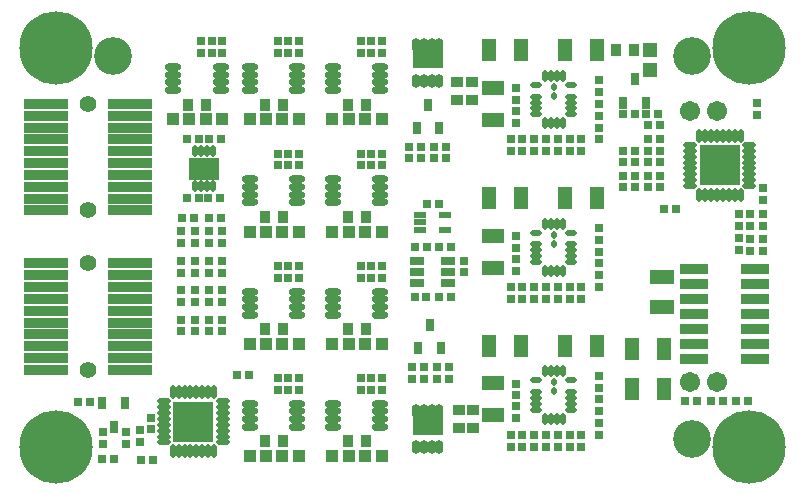
<source format=gbs>
G04 Layer_Color=16711935*
%FSLAX25Y25*%
%MOIN*%
G70*
G01*
G75*
G04:AMPARAMS|DCode=103|XSize=19.81mil|YSize=39.5mil|CornerRadius=6.95mil|HoleSize=0mil|Usage=FLASHONLY|Rotation=270.000|XOffset=0mil|YOffset=0mil|HoleType=Round|Shape=RoundedRectangle|*
%AMROUNDEDRECTD103*
21,1,0.01981,0.02559,0,0,270.0*
21,1,0.00591,0.03950,0,0,270.0*
1,1,0.01391,-0.01280,-0.00295*
1,1,0.01391,-0.01280,0.00295*
1,1,0.01391,0.01280,0.00295*
1,1,0.01391,0.01280,-0.00295*
%
%ADD103ROUNDEDRECTD103*%
%ADD106R,0.03556X0.04343*%
%ADD120R,0.03162X0.03162*%
%ADD121R,0.03162X0.03162*%
%ADD124C,0.05485*%
%ADD125C,0.12611*%
%ADD126C,0.24422*%
%ADD127C,0.06706*%
%ADD128R,0.02965X0.03950*%
%ADD129R,0.04737X0.05131*%
%ADD130R,0.03950X0.04343*%
G04:AMPARAMS|DCode=131|XSize=25.72mil|YSize=43.43mil|CornerRadius=8.43mil|HoleSize=0mil|Usage=FLASHONLY|Rotation=0.000|XOffset=0mil|YOffset=0mil|HoleType=Round|Shape=RoundedRectangle|*
%AMROUNDEDRECTD131*
21,1,0.02572,0.02658,0,0,0.0*
21,1,0.00886,0.04343,0,0,0.0*
1,1,0.01686,0.00443,-0.01329*
1,1,0.01686,-0.00443,-0.01329*
1,1,0.01686,-0.00443,0.01329*
1,1,0.01686,0.00443,0.01329*
%
%ADD131ROUNDEDRECTD131*%
%ADD132R,0.10249X0.07493*%
%ADD133R,0.05131X0.07493*%
%ADD134R,0.09461X0.03359*%
G04:AMPARAMS|DCode=135|XSize=23.75mil|YSize=51.31mil|CornerRadius=7.94mil|HoleSize=0mil|Usage=FLASHONLY|Rotation=270.000|XOffset=0mil|YOffset=0mil|HoleType=Round|Shape=RoundedRectangle|*
%AMROUNDEDRECTD135*
21,1,0.02375,0.03543,0,0,270.0*
21,1,0.00787,0.05131,0,0,270.0*
1,1,0.01587,-0.01772,-0.00394*
1,1,0.01587,-0.01772,0.00394*
1,1,0.01587,0.01772,0.00394*
1,1,0.01587,0.01772,-0.00394*
%
%ADD135ROUNDEDRECTD135*%
%ADD136R,0.07493X0.05131*%
G04:AMPARAMS|DCode=137|XSize=19.81mil|YSize=39.5mil|CornerRadius=6.95mil|HoleSize=0mil|Usage=FLASHONLY|Rotation=0.000|XOffset=0mil|YOffset=0mil|HoleType=Round|Shape=RoundedRectangle|*
%AMROUNDEDRECTD137*
21,1,0.01981,0.02559,0,0,0.0*
21,1,0.00591,0.03950,0,0,0.0*
1,1,0.01391,0.00295,-0.01280*
1,1,0.01391,-0.00295,-0.01280*
1,1,0.01391,-0.00295,0.01280*
1,1,0.01391,0.00295,0.01280*
%
%ADD137ROUNDEDRECTD137*%
G04:AMPARAMS|DCode=138|XSize=18.63mil|YSize=25.72mil|CornerRadius=6.66mil|HoleSize=0mil|Usage=FLASHONLY|Rotation=0.000|XOffset=0mil|YOffset=0mil|HoleType=Round|Shape=RoundedRectangle|*
%AMROUNDEDRECTD138*
21,1,0.01863,0.01240,0,0,0.0*
21,1,0.00532,0.02572,0,0,0.0*
1,1,0.01332,0.00266,-0.00620*
1,1,0.01332,-0.00266,-0.00620*
1,1,0.01332,-0.00266,0.00620*
1,1,0.01332,0.00266,0.00620*
%
%ADD138ROUNDEDRECTD138*%
%ADD139R,0.07887X0.04737*%
%ADD140R,0.14776X0.03202*%
%ADD141R,0.04737X0.02965*%
%ADD142R,0.03950X0.02375*%
G04:AMPARAMS|DCode=143|XSize=19.81mil|YSize=47.37mil|CornerRadius=6.95mil|HoleSize=0mil|Usage=FLASHONLY|Rotation=0.000|XOffset=0mil|YOffset=0mil|HoleType=Round|Shape=RoundedRectangle|*
%AMROUNDEDRECTD143*
21,1,0.01981,0.03347,0,0,0.0*
21,1,0.00591,0.04737,0,0,0.0*
1,1,0.01391,0.00295,-0.01673*
1,1,0.01391,-0.00295,-0.01673*
1,1,0.01391,-0.00295,0.01673*
1,1,0.01391,0.00295,0.01673*
%
%ADD143ROUNDEDRECTD143*%
G04:AMPARAMS|DCode=144|XSize=19.81mil|YSize=47.37mil|CornerRadius=6.95mil|HoleSize=0mil|Usage=FLASHONLY|Rotation=90.000|XOffset=0mil|YOffset=0mil|HoleType=Round|Shape=RoundedRectangle|*
%AMROUNDEDRECTD144*
21,1,0.01981,0.03347,0,0,90.0*
21,1,0.00591,0.04737,0,0,90.0*
1,1,0.01391,0.01673,0.00295*
1,1,0.01391,0.01673,-0.00295*
1,1,0.01391,-0.01673,-0.00295*
1,1,0.01391,-0.01673,0.00295*
%
%ADD144ROUNDEDRECTD144*%
%ADD145R,0.13202X0.13202*%
%ADD146R,0.13202X0.13202*%
%ADD147R,0.10249X0.07296*%
%ADD148R,0.04343X0.03556*%
D103*
X160067Y110725D02*
D03*
Y112694D02*
D03*
Y114662D02*
D03*
Y116631D02*
D03*
Y120568D02*
D03*
X171879D02*
D03*
Y116631D02*
D03*
Y114662D02*
D03*
Y112694D02*
D03*
Y110725D02*
D03*
X160067Y61513D02*
D03*
Y63481D02*
D03*
Y65450D02*
D03*
Y67418D02*
D03*
Y71355D02*
D03*
X171879D02*
D03*
Y67418D02*
D03*
Y65450D02*
D03*
Y63481D02*
D03*
Y61513D02*
D03*
X160067Y12300D02*
D03*
Y14269D02*
D03*
Y16237D02*
D03*
Y18206D02*
D03*
Y22143D02*
D03*
X171879D02*
D03*
Y18206D02*
D03*
Y16237D02*
D03*
Y14269D02*
D03*
Y12300D02*
D03*
D106*
X50098Y113976D02*
D03*
X44193D02*
D03*
X75689D02*
D03*
X69784D02*
D03*
X103248D02*
D03*
X97342D02*
D03*
X75689Y76575D02*
D03*
X69784D02*
D03*
X103248D02*
D03*
X97342D02*
D03*
X75689Y39173D02*
D03*
X69784D02*
D03*
X103248D02*
D03*
X97342D02*
D03*
X75689Y1772D02*
D03*
X69784D02*
D03*
X103248D02*
D03*
X97342D02*
D03*
X192618Y132185D02*
D03*
X186713D02*
D03*
D120*
X130217Y100000D02*
D03*
Y96063D02*
D03*
X126050Y100000D02*
D03*
Y96063D02*
D03*
X117717Y100000D02*
D03*
Y96063D02*
D03*
X131102Y22638D02*
D03*
Y26575D02*
D03*
X126936Y22638D02*
D03*
Y26575D02*
D03*
X118602Y22638D02*
D03*
Y26575D02*
D03*
X121883Y100000D02*
D03*
Y96063D02*
D03*
X122769Y22638D02*
D03*
Y26575D02*
D03*
X233760Y114469D02*
D03*
Y110531D02*
D03*
X231496Y77362D02*
D03*
Y73425D02*
D03*
X235827Y77362D02*
D03*
Y73425D02*
D03*
X231496Y69291D02*
D03*
Y65354D02*
D03*
X235827D02*
D03*
Y69291D02*
D03*
X74016Y18898D02*
D03*
Y22835D02*
D03*
X101575D02*
D03*
Y18898D02*
D03*
X74016Y56299D02*
D03*
Y60236D02*
D03*
X101575D02*
D03*
Y56299D02*
D03*
X74016Y93701D02*
D03*
Y97638D02*
D03*
X101575D02*
D03*
Y93701D02*
D03*
Y131102D02*
D03*
Y135039D02*
D03*
X74016D02*
D03*
Y131102D02*
D03*
X48425D02*
D03*
Y135039D02*
D03*
X46235Y42323D02*
D03*
Y38386D02*
D03*
X55401D02*
D03*
Y42323D02*
D03*
X46235Y52132D02*
D03*
Y48195D02*
D03*
X55401D02*
D03*
Y52132D02*
D03*
X46235Y61942D02*
D03*
Y58005D02*
D03*
X55401D02*
D03*
Y61942D02*
D03*
Y67815D02*
D03*
Y71752D02*
D03*
X46235D02*
D03*
Y67815D02*
D03*
X153375Y17025D02*
D03*
Y20962D02*
D03*
Y70174D02*
D03*
Y66237D02*
D03*
Y115450D02*
D03*
Y119387D02*
D03*
X167323Y3937D02*
D03*
Y0D02*
D03*
Y49213D02*
D03*
Y53150D02*
D03*
Y102362D02*
D03*
Y98425D02*
D03*
X181102Y7874D02*
D03*
Y3937D02*
D03*
Y53150D02*
D03*
Y57087D02*
D03*
Y106299D02*
D03*
Y102362D02*
D03*
X153375Y9446D02*
D03*
Y13383D02*
D03*
Y62595D02*
D03*
Y58658D02*
D03*
Y107871D02*
D03*
Y111808D02*
D03*
X159449Y0D02*
D03*
Y3937D02*
D03*
Y53150D02*
D03*
Y49213D02*
D03*
Y98425D02*
D03*
Y102362D02*
D03*
X81102Y22835D02*
D03*
Y18898D02*
D03*
X108661D02*
D03*
Y22835D02*
D03*
X81102Y60236D02*
D03*
Y56299D02*
D03*
X108661D02*
D03*
Y60236D02*
D03*
X81102Y97638D02*
D03*
Y93701D02*
D03*
X108661D02*
D03*
Y97638D02*
D03*
Y135039D02*
D03*
Y131102D02*
D03*
X81102D02*
D03*
Y135039D02*
D03*
X55512D02*
D03*
Y131102D02*
D03*
X77559Y18898D02*
D03*
Y22835D02*
D03*
X105118D02*
D03*
Y18898D02*
D03*
X77559Y56299D02*
D03*
Y60236D02*
D03*
X105118D02*
D03*
Y56299D02*
D03*
X77559Y93701D02*
D03*
Y97638D02*
D03*
X105118D02*
D03*
Y93701D02*
D03*
Y131102D02*
D03*
Y135039D02*
D03*
X77559D02*
D03*
Y131102D02*
D03*
X51968D02*
D03*
Y135039D02*
D03*
X41769Y42323D02*
D03*
Y38386D02*
D03*
X50935D02*
D03*
Y42323D02*
D03*
X41769Y52132D02*
D03*
Y48195D02*
D03*
X50935D02*
D03*
Y52132D02*
D03*
X41769Y61942D02*
D03*
Y58005D02*
D03*
X50935D02*
D03*
Y61942D02*
D03*
Y67815D02*
D03*
Y71752D02*
D03*
X41769D02*
D03*
Y67815D02*
D03*
X181102Y23622D02*
D03*
Y19685D02*
D03*
Y68898D02*
D03*
Y72835D02*
D03*
Y122047D02*
D03*
Y118110D02*
D03*
X155512Y3937D02*
D03*
Y0D02*
D03*
Y49213D02*
D03*
Y53150D02*
D03*
Y102362D02*
D03*
Y98425D02*
D03*
X163386Y0D02*
D03*
Y3937D02*
D03*
Y53150D02*
D03*
Y49213D02*
D03*
Y98425D02*
D03*
Y102362D02*
D03*
X171260Y0D02*
D03*
Y3937D02*
D03*
Y53150D02*
D03*
Y49213D02*
D03*
Y98425D02*
D03*
Y102362D02*
D03*
X135925Y58071D02*
D03*
Y62008D02*
D03*
X175197Y0D02*
D03*
Y3937D02*
D03*
Y53150D02*
D03*
Y49213D02*
D03*
Y98425D02*
D03*
Y102362D02*
D03*
X181102Y15748D02*
D03*
Y11811D02*
D03*
Y61024D02*
D03*
Y64961D02*
D03*
Y114173D02*
D03*
Y110236D02*
D03*
X151575Y3937D02*
D03*
Y0D02*
D03*
Y49213D02*
D03*
Y53150D02*
D03*
Y102362D02*
D03*
Y98425D02*
D03*
X235827Y86122D02*
D03*
Y82185D02*
D03*
X23425Y787D02*
D03*
Y4724D02*
D03*
X15650Y4823D02*
D03*
Y886D02*
D03*
X227854Y69390D02*
D03*
Y65453D02*
D03*
X227756Y77362D02*
D03*
Y73425D02*
D03*
X31693Y9646D02*
D03*
Y5709D02*
D03*
X28150Y5413D02*
D03*
Y1476D02*
D03*
D121*
X47736Y102559D02*
D03*
X43799D02*
D03*
Y82874D02*
D03*
X47736D02*
D03*
X50886D02*
D03*
X54823D02*
D03*
X54921Y102559D02*
D03*
X50984D02*
D03*
X201378Y107087D02*
D03*
X197441D02*
D03*
X202854Y79035D02*
D03*
X206791D02*
D03*
X7480Y14764D02*
D03*
X11417D02*
D03*
X218307Y15354D02*
D03*
X222244D02*
D03*
X213779Y15354D02*
D03*
X209842D02*
D03*
X230709Y15354D02*
D03*
X226772D02*
D03*
X131595Y66437D02*
D03*
X127657D02*
D03*
X193110Y86417D02*
D03*
X189173D02*
D03*
X201378D02*
D03*
X197441D02*
D03*
X193110Y90158D02*
D03*
X189173D02*
D03*
X201378D02*
D03*
X197441D02*
D03*
X193110Y94882D02*
D03*
X189173D02*
D03*
X201378D02*
D03*
X197441D02*
D03*
Y102362D02*
D03*
X201378D02*
D03*
Y98622D02*
D03*
X197441D02*
D03*
X193110D02*
D03*
X189173D02*
D03*
X42224Y76279D02*
D03*
X46161D02*
D03*
X15453Y-4232D02*
D03*
X19390D02*
D03*
X60335Y23720D02*
D03*
X64272D02*
D03*
X127756Y80807D02*
D03*
X123819D02*
D03*
X119685Y66437D02*
D03*
X123622D02*
D03*
X119587Y49705D02*
D03*
X123524D02*
D03*
X54921Y76279D02*
D03*
X50984D02*
D03*
X127657Y49705D02*
D03*
X131595D02*
D03*
X196653Y110925D02*
D03*
X200590D02*
D03*
X189173Y110925D02*
D03*
X193110D02*
D03*
X28346Y-4331D02*
D03*
X32283D02*
D03*
D124*
X10630Y61024D02*
D03*
Y25591D02*
D03*
Y78740D02*
D03*
Y114173D02*
D03*
D125*
X19153Y130177D02*
D03*
X212067Y2618D02*
D03*
Y130177D02*
D03*
D126*
X231221Y0D02*
D03*
Y132795D02*
D03*
X0D02*
D03*
Y0D02*
D03*
D127*
X220295Y111909D02*
D03*
Y21437D02*
D03*
X211398D02*
D03*
Y111909D02*
D03*
D128*
X19291Y6594D02*
D03*
X15551Y14469D02*
D03*
X23031D02*
D03*
X192913Y122441D02*
D03*
X196653Y114567D02*
D03*
X189173D02*
D03*
X120276Y106102D02*
D03*
X127756D02*
D03*
X124016Y113976D02*
D03*
X124606Y40650D02*
D03*
X128347Y32776D02*
D03*
X120866D02*
D03*
D129*
X198130Y132185D02*
D03*
Y125492D02*
D03*
D130*
X49902Y109055D02*
D03*
X55413D02*
D03*
X44488Y109055D02*
D03*
X38976D02*
D03*
X75492Y109055D02*
D03*
X81004D02*
D03*
X70079Y109055D02*
D03*
X64567D02*
D03*
X103051Y109055D02*
D03*
X108563D02*
D03*
X97638Y109055D02*
D03*
X92126D02*
D03*
X75492Y71653D02*
D03*
X81004D02*
D03*
X70079Y71653D02*
D03*
X64567D02*
D03*
X103051Y71653D02*
D03*
X108563D02*
D03*
X97638Y71653D02*
D03*
X92126D02*
D03*
X75492Y34252D02*
D03*
X81004D02*
D03*
X70079Y34252D02*
D03*
X64567D02*
D03*
X75492Y-3150D02*
D03*
X81004D02*
D03*
X103051Y34252D02*
D03*
X108563D02*
D03*
X97638Y34252D02*
D03*
X92126D02*
D03*
X70079Y-3150D02*
D03*
X64567D02*
D03*
X103051Y-3150D02*
D03*
X108563D02*
D03*
X97638Y-3150D02*
D03*
X92126D02*
D03*
D131*
X127854Y121949D02*
D03*
X125295D02*
D03*
X122736D02*
D03*
X120177D02*
D03*
Y133957D02*
D03*
X122736D02*
D03*
X125295D02*
D03*
X127854D02*
D03*
Y-98D02*
D03*
X125295D02*
D03*
X122736D02*
D03*
X120177D02*
D03*
Y11909D02*
D03*
X122736D02*
D03*
X125295D02*
D03*
X127854D02*
D03*
D132*
X124016Y129724D02*
D03*
Y7677D02*
D03*
D133*
X154921Y33661D02*
D03*
X144291D02*
D03*
X169882Y132087D02*
D03*
X180512D02*
D03*
X169882Y82874D02*
D03*
X180512D02*
D03*
X169882Y33661D02*
D03*
X180512D02*
D03*
X202854Y32480D02*
D03*
X192224D02*
D03*
X202854Y19291D02*
D03*
X192224D02*
D03*
X154921Y82874D02*
D03*
X144291D02*
D03*
X154921Y132087D02*
D03*
X144291D02*
D03*
D134*
X212598Y29094D02*
D03*
Y34095D02*
D03*
Y39094D02*
D03*
Y44094D02*
D03*
Y49095D02*
D03*
Y54094D02*
D03*
Y59095D02*
D03*
X233071Y29094D02*
D03*
Y34095D02*
D03*
Y39094D02*
D03*
Y44094D02*
D03*
Y49095D02*
D03*
Y54094D02*
D03*
Y59095D02*
D03*
D135*
X92323Y81398D02*
D03*
Y83957D02*
D03*
Y86516D02*
D03*
Y89075D02*
D03*
X108071Y81398D02*
D03*
Y83957D02*
D03*
Y86516D02*
D03*
Y89075D02*
D03*
X39173Y118799D02*
D03*
Y121358D02*
D03*
Y123917D02*
D03*
Y126476D02*
D03*
X54921Y118799D02*
D03*
Y121358D02*
D03*
Y123917D02*
D03*
Y126476D02*
D03*
X64764Y118799D02*
D03*
Y121358D02*
D03*
Y123917D02*
D03*
Y126476D02*
D03*
X80512Y118799D02*
D03*
Y121358D02*
D03*
Y123917D02*
D03*
Y126476D02*
D03*
X92323Y118799D02*
D03*
Y121358D02*
D03*
Y123917D02*
D03*
Y126476D02*
D03*
X108071Y118799D02*
D03*
Y121358D02*
D03*
Y123917D02*
D03*
Y126476D02*
D03*
X64764Y81398D02*
D03*
Y83957D02*
D03*
Y86516D02*
D03*
Y89075D02*
D03*
X80512Y81398D02*
D03*
Y83957D02*
D03*
Y86516D02*
D03*
Y89075D02*
D03*
X92323Y43996D02*
D03*
Y46555D02*
D03*
Y49114D02*
D03*
Y51673D02*
D03*
X108071Y43996D02*
D03*
Y46555D02*
D03*
Y49114D02*
D03*
Y51673D02*
D03*
X64764Y43996D02*
D03*
Y46555D02*
D03*
Y49114D02*
D03*
Y51673D02*
D03*
X80512Y43996D02*
D03*
Y46555D02*
D03*
Y49114D02*
D03*
Y51673D02*
D03*
X92323Y6594D02*
D03*
Y9154D02*
D03*
Y11713D02*
D03*
Y14272D02*
D03*
X108071Y6594D02*
D03*
Y9154D02*
D03*
Y11713D02*
D03*
Y14272D02*
D03*
X64764Y6594D02*
D03*
Y9154D02*
D03*
Y11713D02*
D03*
Y14272D02*
D03*
X80512Y6594D02*
D03*
Y9154D02*
D03*
Y11713D02*
D03*
Y14272D02*
D03*
D136*
X145669Y119488D02*
D03*
Y108858D02*
D03*
Y70276D02*
D03*
Y59646D02*
D03*
Y21063D02*
D03*
Y10433D02*
D03*
D137*
X163020Y123521D02*
D03*
X164989D02*
D03*
X166957D02*
D03*
X168926D02*
D03*
Y107773D02*
D03*
X166957D02*
D03*
X164989D02*
D03*
X163020D02*
D03*
Y74308D02*
D03*
X164989D02*
D03*
X166957D02*
D03*
X168926D02*
D03*
Y58560D02*
D03*
X166957D02*
D03*
X164989D02*
D03*
X163020D02*
D03*
X163020Y25095D02*
D03*
X164989D02*
D03*
X166957D02*
D03*
X168926D02*
D03*
Y9347D02*
D03*
X166957D02*
D03*
X164989D02*
D03*
X163020D02*
D03*
X46358Y86713D02*
D03*
X48327D02*
D03*
X50295D02*
D03*
X52264D02*
D03*
Y98524D02*
D03*
X50295D02*
D03*
X48327D02*
D03*
X46358D02*
D03*
D138*
X165973Y116847D02*
D03*
Y119879D02*
D03*
Y67635D02*
D03*
Y70666D02*
D03*
X165973Y18422D02*
D03*
Y21454D02*
D03*
D139*
X201969Y46654D02*
D03*
Y56496D02*
D03*
D140*
X-3366Y25591D02*
D03*
Y29528D02*
D03*
Y33465D02*
D03*
Y37402D02*
D03*
Y41339D02*
D03*
Y45276D02*
D03*
Y49213D02*
D03*
Y53150D02*
D03*
Y57087D02*
D03*
Y61024D02*
D03*
X24626D02*
D03*
Y57087D02*
D03*
Y53150D02*
D03*
Y49213D02*
D03*
Y45276D02*
D03*
Y41339D02*
D03*
Y37402D02*
D03*
Y33465D02*
D03*
Y29528D02*
D03*
Y25591D02*
D03*
Y78740D02*
D03*
Y82677D02*
D03*
Y86614D02*
D03*
Y90551D02*
D03*
Y94488D02*
D03*
Y98425D02*
D03*
Y102362D02*
D03*
Y106299D02*
D03*
Y110236D02*
D03*
Y114173D02*
D03*
X-3366D02*
D03*
Y110236D02*
D03*
Y106299D02*
D03*
Y102362D02*
D03*
Y98425D02*
D03*
Y94488D02*
D03*
Y90551D02*
D03*
Y86614D02*
D03*
Y82677D02*
D03*
Y78740D02*
D03*
D141*
X130709Y54429D02*
D03*
Y58169D02*
D03*
Y61910D02*
D03*
X120473Y61909D02*
D03*
Y58169D02*
D03*
Y54429D02*
D03*
D142*
X129823Y72146D02*
D03*
Y77264D02*
D03*
X121358D02*
D03*
Y74705D02*
D03*
Y72146D02*
D03*
D143*
X228248Y83858D02*
D03*
X226279D02*
D03*
X224311D02*
D03*
X222342D02*
D03*
X220374D02*
D03*
X218406D02*
D03*
X216437D02*
D03*
X214469D02*
D03*
Y103543D02*
D03*
X216437D02*
D03*
X218406D02*
D03*
X220374D02*
D03*
X222342D02*
D03*
X224311D02*
D03*
X226279D02*
D03*
X228248D02*
D03*
X38976Y-1575D02*
D03*
X40945D02*
D03*
X42913D02*
D03*
X44882D02*
D03*
X46850D02*
D03*
X48819D02*
D03*
X50787D02*
D03*
X52756D02*
D03*
Y18110D02*
D03*
X50787D02*
D03*
X48819D02*
D03*
X46850D02*
D03*
X44882D02*
D03*
X42913D02*
D03*
X40945D02*
D03*
X38976D02*
D03*
D144*
X211516Y86811D02*
D03*
Y88779D02*
D03*
Y90748D02*
D03*
Y92716D02*
D03*
Y94685D02*
D03*
Y96653D02*
D03*
Y98622D02*
D03*
Y100591D02*
D03*
X231201D02*
D03*
Y98622D02*
D03*
Y96653D02*
D03*
Y94685D02*
D03*
Y92716D02*
D03*
Y90748D02*
D03*
Y88779D02*
D03*
Y86811D02*
D03*
X55709Y1378D02*
D03*
Y3347D02*
D03*
Y5315D02*
D03*
Y7283D02*
D03*
Y9252D02*
D03*
Y11220D02*
D03*
Y13189D02*
D03*
Y15157D02*
D03*
X36024D02*
D03*
Y13189D02*
D03*
Y11220D02*
D03*
Y9252D02*
D03*
Y7283D02*
D03*
Y5315D02*
D03*
Y3347D02*
D03*
Y1378D02*
D03*
D145*
X221358Y93701D02*
D03*
D146*
X45866Y8268D02*
D03*
D147*
X49311Y92618D02*
D03*
D148*
X138681Y121358D02*
D03*
Y115453D02*
D03*
X133760Y121358D02*
D03*
Y115453D02*
D03*
X139173Y6299D02*
D03*
Y12205D02*
D03*
X134449Y6299D02*
D03*
Y12205D02*
D03*
M02*

</source>
